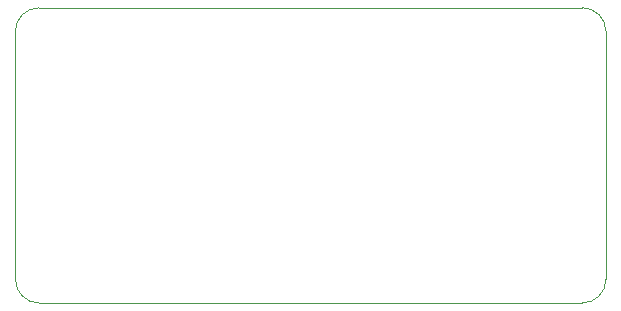
<source format=gbr>
G04 #@! TF.GenerationSoftware,KiCad,Pcbnew,(6.0.4)*
G04 #@! TF.CreationDate,2022-05-02T12:08:19+02:00*
G04 #@! TF.ProjectId,Support-Board-for-TS3008,53757070-6f72-4742-9d42-6f6172642d66,rev?*
G04 #@! TF.SameCoordinates,Original*
G04 #@! TF.FileFunction,Profile,NP*
%FSLAX46Y46*%
G04 Gerber Fmt 4.6, Leading zero omitted, Abs format (unit mm)*
G04 Created by KiCad (PCBNEW (6.0.4)) date 2022-05-02 12:08:19*
%MOMM*%
%LPD*%
G01*
G04 APERTURE LIST*
G04 #@! TA.AperFunction,Profile*
%ADD10C,0.100000*%
G04 #@! TD*
G04 APERTURE END LIST*
D10*
X123000000Y-60000000D02*
X77000000Y-60000000D01*
X77000000Y-60000000D02*
G75*
G03*
X75000000Y-62000000I0J-2000000D01*
G01*
X75000000Y-83000000D02*
G75*
G03*
X77000000Y-85000000I2000000J0D01*
G01*
X123000000Y-85000000D02*
G75*
G03*
X125000000Y-83000000I0J2000000D01*
G01*
X125000000Y-62000000D02*
G75*
G03*
X123000000Y-60000000I-2000000J0D01*
G01*
X125000000Y-83000000D02*
X125000000Y-62000000D01*
X77000000Y-85000000D02*
X123000000Y-85000000D01*
X75000000Y-62000000D02*
X75000000Y-83000000D01*
M02*

</source>
